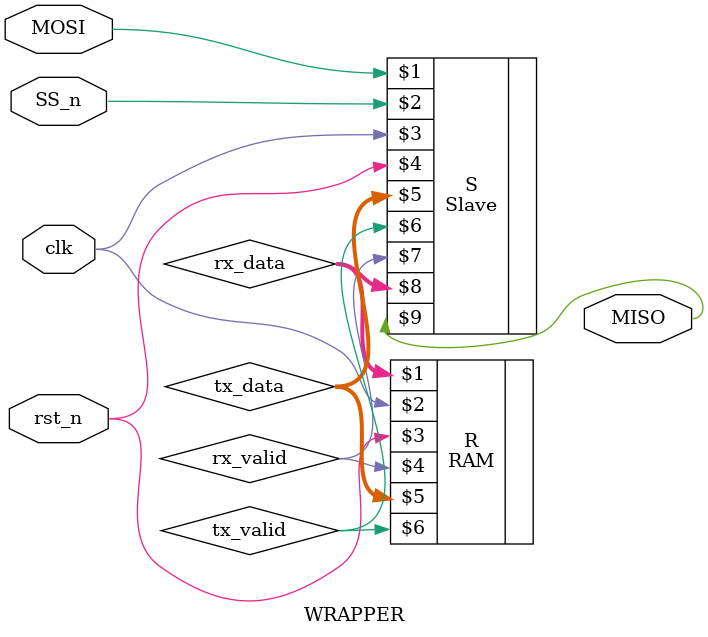
<source format=v>
module WRAPPER (clk,rst_n,MISO,MOSI,SS_n);
input clk,rst_n,MOSI,SS_n;
output MISO;

wire [9:0]rx_data;
wire rx_valid,tx_valid;
wire [7:0] tx_data;


 RAM R (rx_data,clk,rst_n,rx_valid,tx_data,tx_valid);
Slave S (MOSI,SS_n,clk,rst_n,tx_data,tx_valid,rx_valid,rx_data,MISO);
    
endmodule
</source>
